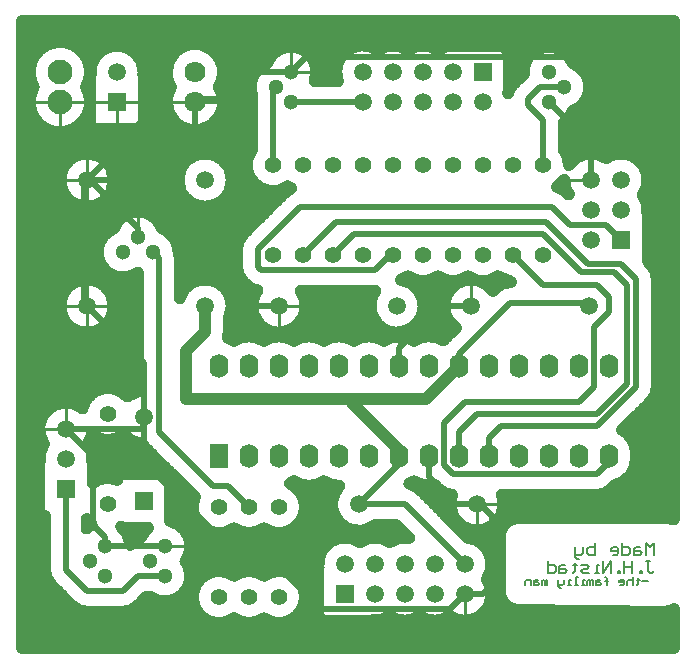
<source format=gbl>
%FSLAX42Y42*%
%MOMM*%
G71*
G01*
G75*
G04 Layer_Physical_Order=2*
%ADD10C,1.00*%
%ADD11C,0.25*%
%ADD12C,0.51*%
%ADD13C,0.41*%
%ADD14C,2.10*%
%ADD15C,1.50*%
%ADD16C,1.30*%
%ADD17R,1.50X1.50*%
%ADD18C,1.40*%
%ADD19O,1.57X2.03*%
%ADD20R,1.57X2.03*%
%ADD21C,1.78*%
%ADD22C,0.15*%
%ADD23C,0.20*%
D10*
X8927Y10490D02*
G03*
X8787Y10692I-215J0D01*
G01*
Y10289D02*
G03*
X8927Y10490I-75J202D01*
G01*
X8787Y10692D02*
G03*
X8371Y10600I-202J-75D01*
G01*
X8710Y10188D02*
G03*
X8787Y10289I-125J175D01*
G01*
X8283Y10513D02*
G03*
X8251Y10469I124J-124D01*
G01*
X8283Y10513D02*
G03*
X8251Y10469I124J-124D01*
G01*
G03*
X8239Y10437I156J-80D01*
G01*
X8251Y10469D02*
G03*
X8239Y10437I156J-80D01*
G01*
X9418Y9420D02*
G03*
X9420Y9449I-223J29D01*
G01*
X9497Y8865D02*
G03*
X9446Y8989I-175J0D01*
G01*
X9497Y8865D02*
G03*
X9446Y8989I-175J0D01*
G01*
X9420Y9703D02*
G03*
X9068Y9889I-225J0D01*
G01*
G03*
X8754Y9829I-127J-186D01*
G01*
X8754Y9830D02*
G03*
X8710Y9963I-220J0D01*
G01*
X8653Y9644D02*
G03*
X8716Y9705I-118J185D01*
G01*
G03*
X8751Y9582I225J-3D01*
G01*
X9381Y9576D02*
G03*
X9420Y9703I-186J127D01*
G01*
Y9449D02*
G03*
X9381Y9576I-225J0D01*
G01*
X8735Y9598D02*
G03*
X8653Y9644I-124J-124D01*
G01*
X8735Y9598D02*
G03*
X8653Y9644I-124J-124D01*
G01*
X8153Y8888D02*
G03*
X8250Y8850I127J180D01*
G01*
X8255Y8837D02*
G03*
X8131Y8785I0J-175D01*
G01*
X8255Y8837D02*
G03*
X8131Y8785I0J-175D01*
G01*
X7993Y8850D02*
G03*
X8153Y8888I33J218D01*
G01*
X7801Y10840D02*
G03*
X7645Y10803I-29J-223D01*
G01*
X7899Y8888D02*
G03*
X7959Y8858I127J180D01*
G01*
X7645Y8888D02*
G03*
X7899Y8888I127J180D01*
G01*
X7645Y10803D02*
G03*
X7391Y10803I-127J-186D01*
G01*
X7391Y8888D02*
G03*
X7645Y8888I127J180D01*
G01*
X7332Y8859D02*
G03*
X7391Y8888I-68J209D01*
G01*
X7391Y10803D02*
G03*
X7137Y10803I-127J-186D01*
G01*
G03*
X6800Y10539I-127J-186D01*
G01*
X6601D02*
G03*
X6616Y10617I-200J79D01*
G01*
X6375Y9650D02*
G03*
X6403Y9633I127J180D01*
G01*
G03*
X6353Y9598I74J-159D01*
G01*
X6403Y9633D02*
G03*
X6353Y9598I74J-159D01*
G01*
X8110Y8764D02*
G03*
X7993Y8850I-185J-128D01*
G01*
X7959Y8858D02*
G03*
X7797Y8451I-34J-222D01*
G01*
X7524Y8636D02*
G03*
X7332Y8859I-225J0D01*
G01*
X7699Y8354D02*
G03*
X7691Y8345I124J-124D01*
G01*
X7699Y8354D02*
G03*
X7691Y8345I124J-124D01*
G01*
G03*
X7442Y8341I-122J-194D01*
G01*
X7115Y8765D02*
G03*
X7524Y8636I184J-129D01*
G01*
X6524D02*
G03*
X6483Y8765I-225J0D01*
G01*
X7442Y8341D02*
G03*
X7188Y8341I-127J-190D01*
G01*
G03*
X6934Y8341I-127J-190D01*
G01*
G03*
X6680Y8341I-127J-190D01*
G01*
G03*
X6426Y8341I-127J-190D01*
G01*
X9446Y7828D02*
G03*
X9497Y7952I-124J124D01*
G01*
X9446Y7828D02*
G03*
X9497Y7952I-124J124D01*
G01*
X9322Y7389D02*
G03*
X9206Y7588I-229J0D01*
G01*
X9147Y7121D02*
G03*
X9322Y7343I-54J222D01*
G01*
X8992Y7038D02*
G03*
X9116Y7090I0J175D01*
G01*
X8992Y7038D02*
G03*
X9116Y7090I0J175D01*
G01*
X9640Y6830D02*
G03*
X9576Y6843I-64J-150D01*
G01*
X9640Y6830D02*
G03*
X9576Y6843I-64J-150D01*
G01*
X9640Y6830D02*
G03*
X9576Y6843I-64J-150D01*
G01*
X9560Y6047D02*
G03*
X9640Y6067I2J163D01*
G01*
X9560Y6047D02*
G03*
X9640Y6067I2J163D01*
G01*
X8331Y6843D02*
G03*
X8168Y6680I0J-163D01*
G01*
X8244Y6085D02*
G03*
X8329Y6060I87J138D01*
G01*
X8331Y6843D02*
G03*
X8168Y6680I0J-163D01*
G01*
X8244Y6085D02*
G03*
X8329Y6060I87J138D01*
G01*
X8201Y6960D02*
G03*
X8186Y7038I-225J0D01*
G01*
X7765Y7038D02*
G03*
X8201Y6960I211J-79D01*
G01*
X8168Y6223D02*
G03*
X8220Y6104I163J0D01*
G01*
G03*
X8244Y6085I111J119D01*
G01*
X8220Y6104D02*
G03*
X8244Y6085I111J119D01*
G01*
X8168Y6223D02*
G03*
X8220Y6104I163J0D01*
G01*
X7648Y7090D02*
G03*
X7765Y7038I124J124D01*
G01*
X7648Y7090D02*
G03*
X7765Y7038I124J124D01*
G01*
X7442Y7153D02*
G03*
X7618Y7120I127J190D01*
G01*
X7402Y7131D02*
G03*
X7442Y7153I-86J212D01*
G01*
X7490Y7084D02*
G03*
X7402Y7131I-124J-124D01*
G01*
X7490Y7084D02*
G03*
X7402Y7131I-124J-124D01*
G01*
X6680Y7153D02*
G03*
X6812Y7114I127J190D01*
G01*
G03*
X7117Y6784I163J-155D01*
G01*
X6426Y7153D02*
G03*
X6680Y7153I127J190D01*
G01*
X6392Y7134D02*
G03*
X6426Y7153I-92J209D01*
G01*
X6519Y6934D02*
G03*
X6392Y7134I-220J0D01*
G01*
X8060Y6325D02*
G03*
X8099Y6452I-186J127D01*
G01*
Y6198D02*
G03*
X8060Y6325I-225J0D01*
G01*
X7404Y6673D02*
G03*
X7239Y6637I-38J-222D01*
G01*
X8099Y6452D02*
G03*
X7898Y6675I-225J0D01*
G01*
X7747Y6012D02*
G03*
X8099Y6198I127J186D01*
G01*
X7493Y6012D02*
G03*
X7747Y6012I127J186D01*
G01*
X7239D02*
G03*
X7493Y6012I127J186D01*
G01*
X7083Y5974D02*
G03*
X7239Y6012I29J223D01*
G01*
Y6637D02*
G03*
X6985Y6637I-127J-186D01*
G01*
G03*
X6635Y6423I-127J-186D01*
G01*
X6616Y10617D02*
G03*
X6199Y10692I-215J0D01*
G01*
X5790Y10490D02*
G03*
X5827Y10617I-202J127D01*
G01*
X6199Y10692D02*
G03*
X6073Y10413I75J-202D01*
G01*
X5827Y10363D02*
G03*
X5790Y10490I-239J0D01*
G01*
X5827Y10617D02*
G03*
X5386Y10490I-239J0D01*
G01*
G03*
X5827Y10363I202J-127D01*
G01*
X6073Y9963D02*
G03*
X6375Y9650I175J-133D01*
G01*
X6023Y8817D02*
G03*
X6117Y8768I124J124D01*
G01*
X6023Y8817D02*
G03*
X6117Y8768I124J124D01*
G01*
X5997Y9243D02*
G03*
X5946Y9119I124J-124D01*
G01*
X5997Y9243D02*
G03*
X5946Y9119I124J-124D01*
G01*
Y8966D02*
G03*
X5997Y8842I175J0D01*
G01*
X5946Y8966D02*
G03*
X5997Y8842I175J0D01*
G01*
X5874Y8533D02*
G03*
X5899Y8636I-200J103D01*
G01*
Y9703D02*
G03*
X5899Y9703I-225J0D01*
G01*
X5447Y9105D02*
G03*
X5307Y9295I-215J-12D01*
G01*
X5459Y9042D02*
G03*
X5447Y9105I-175J0D01*
G01*
X5899Y8636D02*
G03*
X5459Y8702I-225J0D01*
G01*
Y9042D02*
G03*
X5447Y9105I-175J0D01*
G01*
X5151Y10588D02*
G03*
X5153Y10617I-223J29D01*
G01*
G03*
X4704Y10588I-225J0D01*
G01*
X4666Y10490D02*
G03*
X4700Y10617I-221J127D01*
G01*
Y10363D02*
G03*
X4666Y10490I-255J0D01*
G01*
X4700Y10617D02*
G03*
X4224Y10490I-255J0D01*
G01*
G03*
X4700Y10363I221J-127D01*
G01*
X5307Y9295D02*
G03*
X4904Y9295I-202J-75D01*
G01*
G03*
X5105Y8920I75J-202D01*
G01*
X4899Y9703D02*
G03*
X4899Y9703I-225J0D01*
G01*
X6117Y8768D02*
G03*
X6524Y8636I182J-132D01*
G01*
X6426Y8341D02*
G03*
X6172Y8341I-127J-190D01*
G01*
G03*
X5918Y8341I-127J-190D01*
G01*
X5867Y8367D02*
G03*
X5874Y8417I-194J50D01*
G01*
X5867Y8367D02*
G03*
X5874Y8417I-194J50D01*
G01*
X5918Y8341D02*
G03*
X5867Y8367I-127J-190D01*
G01*
X5587Y7017D02*
G03*
X5918Y6755I204J-83D01*
G01*
X6172D02*
G03*
X6519Y6934I127J180D01*
G01*
X5918Y6755D02*
G03*
X6172Y6755I127J180D01*
G01*
X5138Y7471D02*
G03*
X5159Y7445I146J98D01*
G01*
X4986Y7548D02*
G03*
X5138Y7471I170J148D01*
G01*
G03*
X5159Y7445I146J98D01*
G01*
X5549Y6604D02*
G03*
X5381Y6814I-215J0D01*
G01*
X5187Y6761D02*
G03*
X5132Y6679I147J-157D01*
G01*
X6519Y6172D02*
G03*
X6172Y6352I-220J0D01*
G01*
Y5993D02*
G03*
X6519Y6172I127J180D01*
G01*
X6172Y6352D02*
G03*
X5918Y6352I-127J-180D01*
G01*
Y5993D02*
G03*
X6172Y5993I127J180D01*
G01*
X5918Y6352D02*
G03*
X5918Y5993I-127J-180D01*
G01*
X5507Y6477D02*
G03*
X5549Y6604I-173J127D01*
G01*
Y6350D02*
G03*
X5507Y6477I-215J0D01*
G01*
X5132Y6679D02*
G03*
X5041Y6613I75J-202D01*
G01*
X5210Y6175D02*
G03*
X5549Y6350I124J175D01*
G01*
X5108Y7915D02*
G03*
X5014Y7870I48J-220D01*
G01*
X4899Y8636D02*
G03*
X4899Y8636I-225J0D01*
G01*
X5014Y7870D02*
G03*
X4637Y7770I-163J-148D01*
G01*
X4716Y7548D02*
G03*
X4986Y7548I135J173D01*
G01*
X4682Y7468D02*
G03*
X4716Y7548I-186J127D01*
G01*
X4637Y7770D02*
G03*
X4310Y7468I-141J-175D01*
G01*
X4721Y7341D02*
G03*
X4682Y7468I-225J0D01*
G01*
X4719Y7312D02*
G03*
X4721Y7341I-223J29D01*
G01*
X4310Y7468D02*
G03*
X4273Y7312I186J-127D01*
G01*
X4973Y6761D02*
G03*
X4963Y6770I-147J-157D01*
G01*
X4931Y7165D02*
G03*
X4721Y7137I-80J-205D01*
G01*
X4671Y6833D02*
G03*
X4714Y6788I180J126D01*
G01*
X5041Y6613D02*
G03*
X4973Y6761I-215J-9D01*
G01*
X4714Y6788D02*
G03*
X4671Y6753I112J-184D01*
G01*
X4320Y6401D02*
G03*
X4372Y6277I175J0D01*
G01*
X4320Y6401D02*
G03*
X4372Y6277I175J0D01*
G01*
X4978Y6048D02*
G03*
X5102Y6099I0J175D01*
G01*
X4978Y6048D02*
G03*
X5102Y6099I0J175D01*
G01*
X4550D02*
G03*
X4674Y6048I124J124D01*
G01*
X4550Y6099D02*
G03*
X4674Y6048I124J124D01*
G01*
X9570Y11048D02*
X9640Y10979D01*
X9498Y11048D02*
X9640Y10907D01*
X9427Y11048D02*
X9640Y10835D01*
X9355Y11048D02*
X9640Y10764D01*
X9283Y11048D02*
X9640Y10692D01*
X9211Y11048D02*
X9640Y10620D01*
X9139Y11048D02*
X9640Y10548D01*
X9067Y11048D02*
X9640Y10476D01*
X8996Y11048D02*
X9640Y10404D01*
X8924Y11048D02*
X9640Y10333D01*
X8927Y10507D02*
X9468Y11048D01*
X8927Y10507D02*
X9468Y11048D01*
X8917Y10426D02*
X9540Y11048D01*
X8889Y10613D02*
X9324Y11048D01*
X8913Y10566D02*
X9396Y11048D01*
X8855Y10651D02*
X9252Y11048D01*
X8812Y10680D02*
X9181Y11048D01*
X8747Y10759D02*
X9037Y11048D01*
X8776Y10716D02*
X9109Y11048D01*
X8852D02*
X9640Y10261D01*
X8780Y11048D02*
X9640Y10189D01*
X8921Y9927D02*
X9640Y10645D01*
X8708Y11048D02*
X9640Y10117D01*
X8723Y9944D02*
X9640Y10861D01*
X9209Y9927D02*
X9640Y10358D01*
X9269Y9915D02*
X9640Y10286D01*
X9127Y9917D02*
X9640Y10430D01*
X8989Y9923D02*
X9640Y10574D01*
X9042Y9904D02*
X9640Y10502D01*
X8803Y9881D02*
X9640Y10717D01*
X8919Y10551D02*
X9640Y9830D01*
X8710Y10147D02*
X9612Y11048D01*
X8745Y9894D02*
X9640Y10789D01*
X8926Y10471D02*
X9640Y9758D01*
X8913Y10413D02*
X9640Y9686D01*
X8888Y10366D02*
X9640Y9614D01*
X8811Y10299D02*
X9183Y9927D01*
X8854Y10328D02*
X9265Y9916D01*
X8663Y10818D02*
X8893Y11048D01*
X8604Y10831D02*
X8821Y11048D01*
X8709Y10793D02*
X8965Y11048D01*
X8525Y10823D02*
X8749Y11048D01*
X8251Y10622D02*
X8678Y11048D01*
X8421D02*
X8646Y10824D01*
X8349Y11048D02*
X8566Y10831D01*
X8277Y11048D02*
X8508Y10818D01*
X8251Y10766D02*
X8534Y11048D01*
X8251Y10694D02*
X8606Y11048D01*
X8251Y10838D02*
X8462Y11048D01*
X8184Y10842D02*
X8390Y11048D01*
X8205D02*
X8461Y10793D01*
X8133Y11048D02*
X8423Y10759D01*
X8062Y11048D02*
X8394Y10716D01*
X8112Y10842D02*
X8318Y11048D01*
X8196Y10842D02*
X8251Y10787D01*
X8375Y10663D01*
X8040Y10842D02*
X8247Y11048D01*
X7801Y10842D02*
X8251D01*
X8710Y10075D02*
X9640Y11005D01*
X8636Y11048D02*
X9640Y10045D01*
X8710Y10003D02*
X9640Y10933D01*
X8564Y11048D02*
X9640Y9973D01*
X8493Y11048D02*
X9640Y9901D01*
X8283Y10513D02*
X8371Y10600D01*
X8251Y10715D02*
X8369Y10598D01*
X8251Y10550D02*
X8379Y10678D01*
X8251Y10643D02*
X8333Y10562D01*
X8251Y10571D02*
X8297Y10526D01*
X8251Y10469D02*
Y10842D01*
Y10499D02*
X8263Y10488D01*
X8251Y10479D02*
X8268Y10495D01*
X9420Y9707D02*
X9640Y9927D01*
X9416Y9488D02*
X9640Y9711D01*
X9419Y9691D02*
X9640Y9470D01*
X9420Y9420D02*
X9640Y9640D01*
X9420Y9348D02*
X9640Y9568D01*
X9420Y9276D02*
X9640Y9496D01*
X9418Y9476D02*
X9640Y9255D01*
X9420Y9204D02*
X9640Y9424D01*
X9420Y9403D02*
X9640Y9183D01*
X9420Y9132D02*
X9640Y9352D01*
X9420Y9331D02*
X9640Y9111D01*
X9420Y9015D02*
Y9420D01*
Y9061D02*
X9640Y9280D01*
X9420Y9259D02*
X9640Y9039D01*
X9433Y9002D02*
X9640Y9209D01*
X9467Y8964D02*
X9640Y9137D01*
X9490Y8915D02*
X9640Y9065D01*
X9420Y9015D02*
X9446Y8989D01*
X9420Y9187D02*
X9640Y8968D01*
X9497Y8851D02*
X9640Y8993D01*
X9497Y8779D02*
X9640Y8921D01*
X9494Y8897D02*
X9640Y8752D01*
X9420Y9115D02*
X9640Y8896D01*
X9420Y9044D02*
X9640Y8824D01*
X9497Y8707D02*
X9640Y8849D01*
X9497Y8823D02*
X9640Y8680D01*
X9497Y8635D02*
X9640Y8777D01*
X9497Y8751D02*
X9640Y8608D01*
X9497Y8563D02*
X9640Y8706D01*
X9497Y8679D02*
X9640Y8536D01*
X9497Y8491D02*
X9640Y8634D01*
X9497Y8607D02*
X9640Y8465D01*
X9497Y8420D02*
X9640Y8562D01*
X9497Y8535D02*
X9640Y8393D01*
X9497Y8348D02*
X9640Y8490D01*
X9497Y8463D02*
X9640Y8321D01*
X9497Y8276D02*
X9640Y8418D01*
X9317Y9892D02*
X9640Y10214D01*
X8775Y10263D02*
X9122Y9916D01*
X9356Y9859D02*
X9640Y10142D01*
X8710Y10185D02*
X8968Y9926D01*
X8746Y10220D02*
X9074Y9892D01*
X9388Y9819D02*
X9640Y10071D01*
X9410Y9769D02*
X9640Y9999D01*
X8710Y10113D02*
X8899Y9924D01*
X8710Y10041D02*
X8845Y9906D01*
X8710Y9963D02*
Y10188D01*
X8753Y9854D02*
X8764Y9843D01*
X8710Y9969D02*
X8800Y9879D01*
X8754Y9832D02*
X8763Y9840D01*
X8703Y9689D02*
X8718Y9674D01*
X9404Y9619D02*
X9640Y9855D01*
X9408Y9773D02*
X9640Y9542D01*
X9399Y9543D02*
X9640Y9783D01*
X9408Y9630D02*
X9640Y9399D01*
X9384Y9582D02*
X9640Y9327D01*
X8735Y9598D02*
X8751Y9582D01*
X8694Y9628D02*
X8721Y9655D01*
X8666Y9654D02*
X8688Y9631D01*
X8248Y8850D02*
X8262Y8837D01*
X8250Y8850D02*
X8263Y8837D01*
X8255D02*
X8263D01*
X7990Y11048D02*
X8196Y10842D01*
X7969D02*
X8175Y11048D01*
X7918D02*
X8124Y10842D01*
X7897D02*
X8103Y11048D01*
X7846D02*
X8052Y10842D01*
X7825D02*
X8031Y11048D01*
X7774D02*
X7980Y10842D01*
X7752Y10841D02*
X7959Y11048D01*
X7702D02*
X7909Y10842D01*
X7631Y11048D02*
X7837Y10842D01*
X7559Y11048D02*
X7765Y10842D01*
X7537Y10841D02*
X7744Y11048D01*
X7596Y10829D02*
X7816Y11048D01*
X7487D02*
X7704Y10831D01*
X7457Y10834D02*
X7672Y11048D01*
X7343D02*
X7552Y10840D01*
X7271Y11048D02*
X7481Y10839D01*
X7316Y10836D02*
X7528Y11048D01*
X7250Y10842D02*
X7456Y11048D01*
X7199D02*
X7426Y10822D01*
X8144Y8882D02*
X8199Y8828D01*
X8080Y8799D02*
X8163Y8882D01*
X7643Y10804D02*
X7887Y11048D01*
X7927Y8861D02*
X7934Y8868D01*
X7869Y8870D02*
X7882Y8857D01*
X7838Y8843D02*
X7860Y8866D01*
X7415Y11048D02*
X7655Y10809D01*
X7640Y8884D02*
X7748Y8775D01*
X7368Y10817D02*
X7600Y11048D01*
X7142Y10806D02*
X7384Y11048D01*
X7400Y8837D02*
X7430Y8866D01*
X7505Y8727D02*
X7658Y8880D01*
X7364Y8872D02*
X7398Y8838D01*
X7128Y11048D02*
X7351Y10825D01*
X7056Y11048D02*
X7262Y10842D01*
X7091Y10827D02*
X7313Y11048D01*
X7033Y10841D02*
X7241Y11048D01*
X6984D02*
X7200Y10833D01*
X6956Y10836D02*
X7169Y11048D01*
X6912D02*
X7150Y10811D01*
X6840Y11048D02*
X7050Y10839D01*
X6768Y11048D02*
X6977Y10840D01*
X6697Y11048D02*
X6921Y10824D01*
X6625Y11048D02*
X6876Y10797D01*
X6601Y10696D02*
X6953Y11048D01*
X6553D02*
X6839Y10763D01*
X6576Y10742D02*
X6882Y11048D01*
X6541Y10780D02*
X6810Y11048D01*
X6498Y10809D02*
X6738Y11048D01*
X6481D02*
X6810Y10719D01*
X6377Y10831D02*
X6594Y11048D01*
X6445Y10828D02*
X6666Y11048D01*
X6608Y10559D02*
X7097Y11048D01*
X6615Y10638D02*
X7025Y11048D01*
X6409D02*
X6791Y10667D01*
X6337Y11048D02*
X6786Y10600D01*
X6659Y10539D02*
X6792Y10672D01*
X6731Y10539D02*
X6787Y10594D01*
X6616Y10626D02*
X6703Y10539D01*
X6601D02*
X6800D01*
X6584Y10730D02*
X6775Y10539D01*
X6609Y10562D02*
X6632Y10539D01*
X6373Y9648D02*
X6393Y9628D01*
X6325Y9624D02*
X6352Y9597D01*
X8166Y8812D02*
X8212Y8859D01*
X8096Y8859D02*
X8152Y8803D01*
X8035Y8848D02*
X8114Y8769D01*
X8110Y8764D02*
X8131Y8785D01*
X8039Y8830D02*
X8060Y8850D01*
X7815Y8852D02*
X7828Y8839D01*
X7592Y8860D02*
X7721Y8731D01*
X7521Y8671D02*
X7708Y8857D01*
X7449Y8859D02*
X7702Y8606D01*
X7347Y8856D02*
X7362Y8871D01*
X7746Y8849D02*
X7784Y8812D01*
X7532Y8848D02*
X7703Y8677D01*
X7521Y8599D02*
X7770Y8848D01*
X7444Y8809D02*
X7485Y8850D01*
X7479Y8772D02*
X7558Y8851D01*
X7501Y8735D02*
X7791Y8445D01*
X7524Y8640D02*
X7755Y8409D01*
X7516Y8576D02*
X7719Y8374D01*
X7368Y8373D02*
X7717Y8723D01*
X7420Y8354D02*
X7700Y8634D01*
X7699Y8354D02*
X7797Y8451D01*
X7647Y8366D02*
X7762Y8481D01*
X7589Y8379D02*
X7731Y8521D01*
X7510Y8372D02*
X7709Y8571D01*
X7465Y8484D02*
X7569Y8380D01*
X7427Y8451D02*
X7506Y8371D01*
X7495Y8526D02*
X7660Y8361D01*
X7244Y8418D02*
X7284Y8377D01*
X7379Y8426D02*
X7456Y8349D01*
X7321Y8412D02*
X7358Y8376D01*
X7302Y8379D02*
X7336Y8414D01*
X7198Y8347D02*
X7264Y8414D01*
X7040Y8765D02*
X7089Y8716D01*
X6968Y8765D02*
X7075Y8658D01*
X6483Y8765D02*
X7112D01*
X6896D02*
X7081Y8580D01*
X7085Y8378D02*
X7163Y8457D01*
X7008Y8373D02*
X7127Y8492D01*
X6799Y8379D02*
X7075Y8656D01*
X6799Y8379D02*
X7075Y8656D01*
X6681Y8765D02*
X7067Y8380D01*
X6522Y8606D02*
X6682Y8765D01*
X6521Y8676D02*
X6610Y8765D01*
X6582Y8378D02*
X6969Y8765D01*
X6503Y8730D02*
X6538Y8765D01*
X6507Y8375D02*
X6898Y8765D01*
X6524Y8634D02*
X6781Y8378D01*
X6506Y8724D02*
X6856Y8374D01*
X6824Y8765D02*
X7228Y8362D01*
X6752Y8765D02*
X7161Y8356D01*
X6639Y8363D02*
X7041Y8765D01*
X6609D02*
X7002Y8372D01*
X6537Y8765D02*
X6951Y8351D01*
X7143Y8364D02*
X7209Y8430D01*
X6864Y8372D02*
X7079Y8588D01*
X6915Y8352D02*
X7098Y8535D01*
X6515Y8572D02*
X6723Y8364D01*
X6462Y8481D02*
X6564Y8379D01*
X6493Y8522D02*
X6664Y8351D01*
X6360Y8371D02*
X6754Y8765D01*
X6411Y8351D02*
X6826Y8765D01*
X6423Y8448D02*
X6498Y8373D01*
X6375Y8424D02*
X6446Y8353D01*
X9497Y8391D02*
X9640Y8249D01*
X9497Y8204D02*
X9640Y8346D01*
X9497Y8320D02*
X9640Y8177D01*
X9497Y8132D02*
X9640Y8275D01*
X9497Y8248D02*
X9640Y8105D01*
X9497Y8060D02*
X9640Y8203D01*
X9497Y8176D02*
X9640Y8034D01*
X9497Y7989D02*
X9640Y8131D01*
X9497Y8104D02*
X9640Y7962D01*
X9493Y7912D02*
X9640Y8059D01*
X9497Y8032D02*
X9640Y7890D01*
X9497Y7952D02*
Y8865D01*
Y7960D02*
X9640Y7818D01*
X9227Y7574D02*
X9640Y7987D01*
X9489Y7897D02*
X9640Y7746D01*
X9464Y7850D02*
X9640Y7674D01*
X9430Y7812D02*
X9640Y7603D01*
X9265Y7540D02*
X9640Y7915D01*
X9394Y7776D02*
X9640Y7531D01*
X9358Y7740D02*
X9640Y7459D01*
X9322Y7704D02*
X9640Y7387D01*
X9294Y7498D02*
X9640Y7844D01*
X9315Y7447D02*
X9640Y7772D01*
X9322Y7382D02*
X9640Y7700D01*
X9319Y7308D02*
X9640Y7628D01*
X9320Y7419D02*
X9640Y7100D01*
X9286Y7668D02*
X9640Y7315D01*
X9251Y7632D02*
X9640Y7243D01*
X9322Y7345D02*
X9640Y7028D01*
X9322Y7343D02*
Y7389D01*
X9640Y6830D02*
Y11048D01*
X9314Y7282D02*
X9640Y6956D01*
X9293Y7231D02*
X9640Y6884D01*
X9429Y6843D02*
X9640Y7053D01*
X9357Y6843D02*
X9640Y7125D01*
X9286Y6843D02*
X9640Y7197D01*
X9224Y7156D02*
X9537Y6843D01*
X9263Y7189D02*
X9613Y6839D01*
X9206Y7588D02*
X9446Y7828D01*
X9215Y7596D02*
X9640Y7171D01*
X8998Y6843D02*
X9640Y7484D01*
X8926Y6843D02*
X9640Y7556D01*
X9214Y6843D02*
X9640Y7269D01*
X9178Y7131D02*
X9465Y6843D01*
X9142D02*
X9640Y7341D01*
X9131Y7105D02*
X9393Y6843D01*
X9070D02*
X9640Y7412D01*
X9116Y7090D02*
X9147Y7121D01*
X9094Y7071D02*
X9322Y6843D01*
X9046Y7047D02*
X9250Y6843D01*
X8983Y7038D02*
X9178Y6843D01*
X8911Y7038D02*
X9106Y6843D01*
X8186Y7038D02*
X8992D01*
X8854Y6843D02*
X9067Y7055D01*
X8839Y7038D02*
X9034Y6843D01*
X8783D02*
X8978Y7038D01*
X8767D02*
X8962Y6843D01*
X8711D02*
X8906Y7038D01*
X8695D02*
X8891Y6843D01*
X8639D02*
X8834Y7038D01*
X8623D02*
X8819Y6843D01*
X8567D02*
X8762Y7038D01*
X8552D02*
X8747Y6843D01*
X8495D02*
X8691Y7038D01*
X8480D02*
X8675Y6843D01*
X8423D02*
X8619Y7038D01*
X8408D02*
X8603Y6843D01*
X8352D02*
X8547Y7038D01*
X8336D02*
X8531Y6843D01*
X8264Y7038D02*
X8459Y6843D01*
X8266Y6829D02*
X8475Y7038D01*
X8192D02*
X8388Y6843D01*
X8002Y6637D02*
X8403Y7038D01*
X9573Y6843D02*
X9640Y6910D01*
X9501Y6843D02*
X9640Y6981D01*
X9634Y6832D02*
X9640Y6838D01*
X9608Y6054D02*
X9640Y6022D01*
X9542Y6048D02*
X9640Y5950D01*
X9470Y6048D02*
X9640Y5878D01*
X9500Y6843D02*
X9576D01*
X9640Y5740D02*
Y6067D01*
X9397Y6049D02*
X9640Y5806D01*
X9332Y5740D02*
X9640Y6047D01*
X9619Y5740D02*
X9640Y5760D01*
X9547Y5740D02*
X9640Y5832D01*
X9476Y5740D02*
X9640Y5904D01*
X9404Y5740D02*
X9640Y5976D01*
X9324Y6050D02*
X9634Y5740D01*
X9260D02*
X9568Y6047D01*
X9179Y6051D02*
X9491Y5740D01*
X9107Y6052D02*
X9419Y5740D01*
X9034Y6053D02*
X9347Y5740D01*
X8961Y6054D02*
X9275Y5740D01*
X9252Y6051D02*
X9563Y5740D01*
X9188D02*
X9496Y6048D01*
X9116Y5740D02*
X9425Y6049D01*
X9045Y5740D02*
X9354Y6050D01*
X8973Y5740D02*
X9283Y6050D01*
X8901Y5740D02*
X9212Y6051D01*
X8889Y6054D02*
X9203Y5740D01*
X8829D02*
X9141Y6052D01*
X8816Y6055D02*
X9131Y5740D01*
X8757D02*
X9070Y6053D01*
X8744Y6056D02*
X9060Y5740D01*
X8685D02*
X8999Y6053D01*
X8671Y6057D02*
X8988Y5740D01*
X8614D02*
X8928Y6054D01*
X8598Y6057D02*
X8916Y5740D01*
X8331Y6843D02*
X9500D01*
X8200Y6978D02*
X8260Y7038D01*
X8201Y6958D02*
X8316Y6842D01*
X8192Y6899D02*
X8331Y7038D01*
X8329Y6060D02*
X9560Y6047D01*
X8542Y5740D02*
X8857Y6055D01*
X8191Y6896D02*
X8260Y6827D01*
X8170Y6845D02*
X8218Y6797D01*
X8220Y6085D02*
Y6104D01*
Y6085D02*
X8244D01*
X8526Y6058D02*
X8844Y5740D01*
X8470D02*
X8786Y6056D01*
X8380Y6060D02*
X8700Y5740D01*
X8306Y6062D02*
X8629Y5740D01*
X8099Y6198D02*
X8557Y5740D01*
X8453Y6059D02*
X8772Y5740D01*
X8398D02*
X8714Y6056D01*
X8326Y5740D02*
X8643Y6057D01*
X8254Y5740D02*
X8572Y6058D01*
X8182Y5740D02*
X8501Y6059D01*
X8090Y6135D02*
X8485Y5740D01*
X8111D02*
X8430Y6059D01*
X8068Y6084D02*
X8413Y5740D01*
X7895D02*
X8241Y6085D01*
X7823Y5740D02*
X8204Y6121D01*
X8039Y5740D02*
X8359Y6060D01*
X8038Y6043D02*
X8341Y5740D01*
X7999Y6010D02*
X8269Y5740D01*
X7967D02*
X8292Y6065D01*
X7610Y7118D02*
X7751Y6976D01*
X7574Y6999D02*
X7657Y7082D01*
X7539Y7116D02*
X7760Y6896D01*
X7682Y6892D02*
X7751Y6960D01*
X7610Y6964D02*
X7700Y7054D01*
X7646Y6928D02*
X7757Y7039D01*
X7415Y7128D02*
X7437Y7149D01*
X7464Y7105D02*
X7488Y7129D01*
X7618Y7120D02*
X7648Y7090D01*
X7502Y7071D02*
X7547Y7116D01*
X7538Y7035D02*
X7620Y7118D01*
X8139Y6805D02*
X8187Y6756D01*
X8100Y6772D02*
X8170Y6701D01*
X8052Y6748D02*
X8168Y6631D01*
X8040Y6603D02*
X8182Y6745D01*
X7992Y6735D02*
X8168Y6559D01*
X7955Y6662D02*
X8036Y6743D01*
X8168Y6223D02*
Y6680D01*
X7897Y6676D02*
X7957Y6735D01*
X7912Y6744D02*
X8168Y6487D01*
X7754Y6820D02*
X7781Y6847D01*
X7718Y6856D02*
X7759Y6897D01*
X7790Y6784D02*
X7811Y6806D01*
X7490Y7084D02*
X7898Y6675D01*
X7435Y7149D02*
X7910Y6674D01*
X7862Y6712D02*
X7898Y6748D01*
X7826Y6748D02*
X7850Y6773D01*
X7318Y6671D02*
X7362Y6715D01*
X7293Y6784D02*
X7404Y6673D01*
X7225Y6784D02*
X7335Y6674D01*
X6741Y7124D02*
X6786Y7080D01*
X6655Y7138D02*
X6762Y7031D01*
X6535Y7115D02*
X6762Y6888D01*
X7117Y6784D02*
X7293D01*
X7108Y6677D02*
X7215Y6784D01*
X7171Y6669D02*
X7287Y6784D01*
X7047Y6746D02*
X7117Y6677D01*
X6987Y6735D02*
X7053Y6669D01*
X6407Y7126D02*
X6431Y7150D01*
X6519Y6950D02*
X6707Y7138D01*
X6602Y7120D02*
X6751Y6971D01*
X6506Y7009D02*
X6622Y7125D01*
X6509Y6868D02*
X6760Y7119D01*
X6449Y7095D02*
X6480Y7126D01*
X6482Y7057D02*
X6540Y7115D01*
X7153Y6784D02*
X7278Y6659D01*
X7096Y6770D02*
X7213Y6653D01*
X7013Y6654D02*
X7143Y6784D01*
X6426Y7153D02*
X6907Y6671D01*
X6425Y6353D02*
X6847Y6775D01*
X7222Y6648D02*
X7326Y6751D01*
X6946Y6659D02*
X7028Y6741D01*
X6904Y6746D02*
X7002Y6648D01*
X6890Y6674D02*
X6951Y6736D01*
X6816Y6673D02*
X6894Y6750D01*
X6510Y6996D02*
X6831Y6675D01*
X6518Y6916D02*
X6774Y6660D01*
X6505Y6857D02*
X6728Y6635D01*
X6319Y6391D02*
X6779Y6851D01*
X6378Y6378D02*
X6809Y6809D01*
X6481Y6810D02*
X6690Y6601D01*
X6447Y6772D02*
X6660Y6559D01*
X6406Y6742D02*
X6640Y6507D01*
X6354Y6721D02*
X6633Y6442D01*
X8091Y6511D02*
X8168Y6588D01*
X8099Y6447D02*
X8168Y6516D01*
X8096Y6488D02*
X8168Y6415D01*
X8070Y6562D02*
X8168Y6660D01*
X8075Y6351D02*
X8168Y6444D01*
X8096Y6416D02*
X8168Y6344D01*
X8081Y6285D02*
X8168Y6372D01*
X8097Y6229D02*
X8168Y6301D01*
X8080Y6361D02*
X8168Y6272D01*
X8080Y6289D02*
X8170Y6198D01*
X8095Y6155D02*
X8168Y6229D01*
X7951Y5986D02*
X8198Y5740D01*
X7813Y5981D02*
X8054Y5740D01*
X7751D02*
X8178Y6167D01*
X7724Y5998D02*
X7982Y5740D01*
X7536D02*
X7786Y5990D01*
X7892Y5973D02*
X8126Y5740D01*
X7680D02*
X7916Y5977D01*
X7671Y5979D02*
X7910Y5740D01*
X7608D02*
X7843Y5975D01*
X7605Y5973D02*
X7838Y5740D01*
X7497Y6009D02*
X7766Y5740D01*
X7464D02*
X7721Y5996D01*
X7447Y5988D02*
X7695Y5740D01*
X7249D02*
X7510Y6001D01*
X7219Y6000D02*
X7479Y5740D01*
X7392D02*
X7625Y5973D01*
X7389Y5974D02*
X7623Y5740D01*
X7320D02*
X7561Y5980D01*
X7311Y5979D02*
X7551Y5740D01*
X7177D02*
X7415Y5978D01*
X7033Y5740D02*
X7282Y5989D01*
X6961Y5740D02*
X7223Y6002D01*
X7168Y5980D02*
X7407Y5740D01*
X7105D02*
X7339Y5974D01*
X7102Y5973D02*
X7335Y5740D01*
X6633Y5973D02*
X7083D01*
X7031D02*
X7264Y5740D01*
X6513Y6225D02*
X6633Y6346D01*
Y5973D02*
Y6423D01*
X6463Y6319D02*
X6637Y6493D01*
X6493Y6277D02*
X6633Y6417D01*
X6519Y6160D02*
X6633Y6274D01*
X6518Y6198D02*
X6633Y6083D01*
Y6011D02*
X6672Y5973D01*
X6484Y6053D02*
X6633Y6202D01*
X6515Y6129D02*
X6633Y6011D01*
X6959Y5973D02*
X7192Y5740D01*
X6889D02*
X7122Y5973D01*
X6887Y5973D02*
X7120Y5740D01*
X6817D02*
X7050Y5973D01*
X6815D02*
X7048Y5740D01*
X6746D02*
X6978Y5973D01*
X6743D02*
X6976Y5740D01*
X6674D02*
X6907Y5973D01*
X6672D02*
X6904Y5740D01*
X6602D02*
X6835Y5973D01*
X6497Y6076D02*
X6833Y5740D01*
X6469Y6032D02*
X6761Y5740D01*
X6432Y5997D02*
X6689Y5740D01*
X6386D02*
X6633Y5986D01*
X6315Y5740D02*
X6633Y6058D01*
X6530Y5740D02*
X6763Y5973D01*
X6458Y5740D02*
X6691Y5973D01*
X6387Y5970D02*
X6617Y5740D01*
X6331Y5954D02*
X6545Y5740D01*
X6194Y11048D02*
X6410Y10832D01*
X6122Y11048D02*
X6345Y10825D01*
X6266Y11048D02*
X6514Y10800D01*
X5820Y10562D02*
X6307Y11048D01*
X5801Y10471D02*
X6379Y11048D01*
X6050D02*
X6294Y10804D01*
X5978Y11048D02*
X6253Y10773D01*
X5906Y11048D02*
X6220Y10734D01*
X5826Y10639D02*
X6235Y11048D01*
X5813Y10698D02*
X6163Y11048D01*
X5789Y10746D02*
X6091Y11048D01*
X5834D02*
X6193Y10690D01*
X5763Y11048D02*
X6147Y10664D01*
X5691Y11048D02*
X6110Y10629D01*
X5757Y10786D02*
X6019Y11048D01*
X5717Y10818D02*
X5948Y11048D01*
X5669Y10842D02*
X5876Y11048D01*
X5619D02*
X6081Y10586D01*
X5827Y10625D02*
X6073Y10379D01*
X5827Y10353D02*
X6522Y11048D01*
X5820Y10418D02*
X6451Y11048D01*
X5820Y10560D02*
X6073Y10307D01*
X5821Y10415D02*
X6073Y10163D01*
X5826Y10339D02*
X6073Y10091D01*
Y9963D02*
Y10413D01*
X5800Y10508D02*
X6073Y10235D01*
X5812Y10280D02*
X6073Y10020D01*
X5804Y10720D02*
X6061Y10463D01*
X5801Y10255D02*
X6060Y10514D01*
X5689Y9927D02*
X6073Y10312D01*
X5788Y10233D02*
X6067Y9954D01*
X5756Y10193D02*
X6042Y9907D01*
X5796Y9891D02*
X6073Y10168D01*
X5748Y9915D02*
X6073Y10240D01*
X5716Y10161D02*
X6029Y9848D01*
X5611Y10855D02*
X5804Y11048D01*
X5533Y10850D02*
X5732Y11048D01*
X5547D02*
X6063Y10533D01*
X4128Y11048D02*
X9640D01*
X5475D02*
X5691Y10833D01*
X5403Y11048D02*
X5596Y10856D01*
X5332Y11048D02*
X5531Y10849D01*
X5153Y10613D02*
X5588Y11048D01*
X5153Y10541D02*
X5660Y11048D01*
X5260D02*
X5479Y10830D01*
X5188Y11048D02*
X5435Y10801D01*
X5145Y10676D02*
X5517Y11048D01*
X5116D02*
X5400Y10765D01*
X5124Y10727D02*
X5445Y11048D01*
X5094Y10769D02*
X5373Y11048D01*
X5044D02*
X5372Y10720D01*
X5153Y10469D02*
X5355Y10672D01*
X4972Y11048D02*
X5354Y10667D01*
X4829Y11048D02*
X5384Y10493D01*
X5153Y10437D02*
X5662Y9928D01*
X5607Y9918D02*
X6073Y10384D01*
X5153Y10365D02*
X5602Y9916D01*
X5044Y9426D02*
X6063Y10446D01*
X5153Y10293D02*
X5553Y9893D01*
X4621Y10179D02*
X6087Y8712D01*
X4580Y10147D02*
X6075Y8653D01*
X4128Y8582D02*
X5696Y10150D01*
X5153Y10325D02*
X5363Y10536D01*
X5153Y10509D02*
X5356Y10305D01*
X5149Y10656D02*
X5363Y10443D01*
X5153Y10253D02*
X5380Y10481D01*
X5153Y10222D02*
X5513Y9861D01*
X4898Y9712D02*
X5401Y10214D01*
X4887Y9773D02*
X5373Y10259D01*
X4885Y9627D02*
X5437Y10178D01*
X5887Y9775D02*
X6208Y9453D01*
X5898Y9691D02*
X6172Y9417D01*
X5836Y9859D02*
X6073Y10096D01*
X5608Y10125D02*
X6244Y9489D01*
X6267Y9611D02*
X6316Y9561D01*
X6187Y9619D02*
X6280Y9525D01*
X5997Y9243D02*
X6353Y9598D01*
X5887Y9631D02*
X6136Y9382D01*
X5864Y9582D02*
X6100Y9346D01*
X5889Y9768D02*
X6055Y9934D01*
X5899Y9706D02*
X6028Y9836D01*
X5882Y9618D02*
X6036Y9772D01*
X5867Y9818D02*
X6073Y10024D01*
X5667Y10138D02*
X6037Y9768D01*
X5832Y9543D02*
X6064Y9310D01*
X5791Y9511D02*
X6029Y9274D01*
X5742Y9488D02*
X5993Y9238D01*
X5681Y9478D02*
X5964Y9195D01*
X5595Y9492D02*
X5947Y9140D01*
X5997Y8842D02*
X6023Y8817D01*
X6099Y8772D02*
X6111Y8760D01*
X5898Y8628D02*
X6059Y8789D01*
X5891Y8693D02*
X6019Y8821D01*
X5874Y8532D02*
X6111Y8769D01*
X5946Y8966D02*
Y9119D01*
X5756Y8845D02*
X5946Y9035D01*
X5699Y8860D02*
X5946Y9107D01*
X5622Y8855D02*
X5965Y9198D01*
X5871Y8744D02*
X5984Y8857D01*
X5803Y8820D02*
X5946Y8963D01*
X5841Y8786D02*
X5958Y8903D01*
X5530Y10131D02*
X5746Y9916D01*
X5458Y9051D02*
X6088Y9680D01*
X5447Y9111D02*
X6057Y9721D01*
X4877Y10138D02*
X5946Y9069D01*
X5409Y9216D02*
X5670Y9478D01*
X5375Y9254D02*
X5608Y9488D01*
X5433Y9169D02*
X5759Y9495D01*
X5296Y9319D02*
X5518Y9541D01*
X5332Y9284D02*
X5558Y9510D01*
X5153Y10150D02*
X5482Y9821D01*
X5092Y10138D02*
X5459Y9771D01*
X5124Y9434D02*
X5459Y9769D01*
X5020Y10138D02*
X5449Y9710D01*
X4949Y10138D02*
X5463Y9624D01*
X5267Y9362D02*
X5485Y9580D01*
X5182Y9421D02*
X5449Y9688D01*
X5229Y9396D02*
X5461Y9628D01*
X5459Y8907D02*
X6174Y9623D01*
X5459Y8979D02*
X6126Y9647D01*
X4889Y9766D02*
X6083Y8572D01*
X4805Y10138D02*
X5946Y8997D01*
X4733Y10138D02*
X5953Y8919D01*
X5459Y8835D02*
X6234Y9610D01*
X5458Y9054D02*
X5652Y8860D01*
X5459Y8763D02*
X6316Y9620D01*
X5442Y9142D02*
X5730Y8854D01*
X4128Y8798D02*
X5480Y10150D01*
X5459Y8702D02*
Y9042D01*
X4128Y8726D02*
X5533Y10131D01*
X4128Y8654D02*
X5598Y10125D01*
X5459Y8982D02*
X5594Y8846D01*
X5459Y8910D02*
X5547Y8822D01*
X5459Y8838D02*
X5508Y8788D01*
X5459Y8766D02*
X5478Y8747D01*
X5008Y10827D02*
X5229Y11048D01*
X4950Y10841D02*
X5157Y11048D01*
X5055Y10803D02*
X5301Y11048D01*
X4872Y10835D02*
X5086Y11048D01*
X4901D02*
X5350Y10599D01*
X4757Y11048D02*
X4966Y10839D01*
X4655Y10762D02*
X4942Y11048D01*
X4680Y10715D02*
X5014Y11048D01*
X4685D02*
X4894Y10840D01*
X4613Y11048D02*
X4838Y10824D01*
X4622Y10801D02*
X4870Y11048D01*
X4582Y10832D02*
X4798Y11048D01*
X4541D02*
X4793Y10797D01*
X4691Y10683D02*
X4708Y10666D01*
X4696Y10659D02*
X4709Y10672D01*
X4689Y10542D02*
X4703Y10528D01*
X4534Y10856D02*
X4726Y11048D01*
X5153Y10397D02*
X5350Y10595D01*
X5153Y10581D02*
X5350Y10383D01*
X5153Y10138D02*
Y10588D01*
Y10182D02*
X5350Y10379D01*
X5109Y10138D02*
X5153Y10182D01*
X4865Y9822D02*
X5355Y10312D01*
X4703Y10169D02*
X4733Y10138D01*
X4668Y10487D02*
X4703Y10522D01*
X4689Y10437D02*
X4703Y10450D01*
Y10138D02*
Y10588D01*
X4667Y10492D02*
X4703Y10456D01*
X4696Y10319D02*
X4703Y10312D01*
X4690Y10294D02*
X4703Y10306D01*
X4680Y10263D02*
X4703Y10241D01*
X4654Y10217D02*
X4703Y10169D01*
X4469Y11048D02*
X4756Y10762D01*
X4476Y10870D02*
X4654Y11048D01*
X4398D02*
X4727Y10719D01*
X4403Y10869D02*
X4583Y11048D01*
X4326D02*
X4511Y10864D01*
X4254Y11048D02*
X4431Y10872D01*
X4182Y11048D02*
X4370Y10861D01*
X4128Y10665D02*
X4511Y11048D01*
X4128Y10809D02*
X4367Y11048D01*
X4128Y10737D02*
X4439Y11048D01*
X4128Y10953D02*
X4223Y11048D01*
X4128Y11025D02*
X4152Y11048D01*
X4128Y10881D02*
X4295Y11048D01*
X4128Y11031D02*
X4319Y10839D01*
X4128Y10959D02*
X4277Y10809D01*
X4128Y10887D02*
X4243Y10772D01*
X4128Y10815D02*
X4215Y10728D01*
X4128Y10744D02*
X4197Y10675D01*
X4128Y10672D02*
X4190Y10609D01*
X4128Y10594D02*
X4193Y10659D01*
X4128Y10312D02*
X4550Y9891D01*
X4128Y10241D02*
X4511Y9858D01*
X4128Y10163D02*
X4216Y10251D01*
X4128Y9660D02*
X4703Y10234D01*
X4128Y10091D02*
X4244Y10207D01*
X4128Y9588D02*
X4703Y10163D01*
X4128Y10600D02*
X4210Y10517D01*
X4128Y10522D02*
X4192Y10586D01*
X4128Y10528D02*
X4205Y10450D01*
X4128Y10450D02*
X4206Y10528D01*
X4128Y10378D02*
X4209Y10459D01*
X4128Y10456D02*
X4192Y10392D01*
X4128Y10384D02*
X4194Y10318D01*
X4128Y10306D02*
X4190Y10368D01*
X4128Y10234D02*
X4197Y10304D01*
X4833Y9862D02*
X5109Y10138D01*
X4793Y9894D02*
X5037Y10138D01*
X4898Y9686D02*
X5154Y9430D01*
X4703Y10138D02*
X5153D01*
X4744Y9917D02*
X4966Y10138D01*
X4885Y9627D02*
X5079Y9434D01*
X4861Y9579D02*
X5022Y9418D01*
X4829Y9540D02*
X4976Y9392D01*
X4683Y9928D02*
X4894Y10138D01*
X4599Y9915D02*
X4822Y10138D01*
X4532Y10124D02*
X4737Y9919D01*
X4788Y9509D02*
X4940Y9357D01*
X4738Y9487D02*
X4912Y9313D01*
X4675Y9478D02*
X4873Y9280D01*
X5096Y8913D02*
X5108Y8901D01*
X5048Y8890D02*
X5108Y8830D01*
X4901Y8893D02*
X5108Y8686D01*
X4890Y8698D02*
X5108Y8915D01*
X4987Y8878D02*
X5108Y8758D01*
X4899Y8634D02*
X5108Y8844D01*
X4893Y8685D02*
X5108Y8470D01*
X4869Y8748D02*
X5000Y8879D01*
X4878Y8542D02*
X5108Y8772D01*
X4752Y8847D02*
X4837Y8932D01*
X4693Y8860D02*
X4803Y8969D01*
X4799Y8823D02*
X4879Y8902D01*
X4585Y9496D02*
X4831Y9250D01*
X4614Y8853D02*
X4778Y9016D01*
X4838Y8789D02*
X4932Y8883D01*
X4474Y10110D02*
X4657Y9927D01*
X4400Y10112D02*
X4598Y9915D01*
X4128Y10169D02*
X4480Y9817D01*
X4128Y9731D02*
X4514Y10118D01*
X4128Y9516D02*
X4750Y10138D01*
X4128Y9881D02*
X4798Y9211D01*
X4128Y9810D02*
X4775Y9162D01*
X4128Y9229D02*
X4483Y9584D01*
X4128Y9157D02*
X4515Y9544D01*
X4128Y9947D02*
X4321Y10140D01*
X4128Y10019D02*
X4279Y10170D01*
X4128Y9875D02*
X4372Y10119D01*
X4128Y9803D02*
X4433Y10108D01*
X4128Y10097D02*
X4458Y9767D01*
X4128Y9953D02*
X4467Y9614D01*
X4128Y10025D02*
X4449Y9704D01*
X4128Y9444D02*
X4461Y9778D01*
X4128Y9372D02*
X4449Y9693D01*
X4128Y9300D02*
X4460Y9632D01*
X4128Y9666D02*
X4778Y9016D01*
X4128Y9738D02*
X4764Y9102D01*
X4128Y9594D02*
X5108Y8614D01*
X4128Y8869D02*
X4749Y9491D01*
X4128Y9522D02*
X5108Y8542D01*
X4128Y9450D02*
X4723Y8856D01*
X4128Y8941D02*
X4665Y9478D01*
X4128Y9379D02*
X4647Y8859D01*
X4128Y8510D02*
X4772Y9155D01*
X4128Y9013D02*
X4604Y9489D01*
X4128Y9085D02*
X4555Y9512D01*
X4128Y9307D02*
X4590Y8845D01*
X4128Y9235D02*
X4543Y8819D01*
X4128Y9163D02*
X4505Y8785D01*
X4128Y9091D02*
X4476Y8743D01*
X4128Y9019D02*
X4456Y8692D01*
X4128Y8947D02*
X4449Y8626D01*
X4128Y8876D02*
X4477Y8526D01*
X6236Y8420D02*
X6277Y8379D01*
X6078Y8377D02*
X6160Y8459D01*
X6134Y8361D02*
X6205Y8432D01*
X5891Y8693D02*
X6219Y8365D01*
X6316Y8412D02*
X6355Y8373D01*
X6296Y8380D02*
X6330Y8413D01*
X6203Y8358D02*
X6259Y8415D01*
X5874Y8460D02*
X6076Y8662D01*
X5884Y8556D02*
X6061Y8379D01*
X5906Y8349D02*
X6096Y8539D01*
X5874Y8417D02*
Y8533D01*
X5871Y8386D02*
X6078Y8593D01*
X6005Y8376D02*
X6124Y8495D01*
X5874Y8495D02*
X5995Y8374D01*
X5874Y8423D02*
X5942Y8355D01*
X6098Y6386D02*
X6776Y7063D01*
X5898Y8615D02*
X6169Y8343D01*
X6150Y6366D02*
X6751Y6966D01*
X6241Y6384D02*
X6758Y6902D01*
X6186Y6746D02*
X6633Y6299D01*
X5816Y6391D02*
X6177Y6751D01*
X5381Y7191D02*
X5579Y6993D01*
X5381Y7177D02*
X5404Y7200D01*
X5381Y6814D02*
Y7211D01*
Y7105D02*
X5440Y7164D01*
X5381Y7034D02*
X5476Y7128D01*
X5508Y6730D02*
X5601Y6823D01*
X5474Y6767D02*
X5580Y6873D01*
X5534Y6683D02*
X5632Y6782D01*
X5381Y7119D02*
X5571Y6929D01*
X5431Y6796D02*
X5571Y6936D01*
X5093Y7480D02*
X5362Y7211D01*
X5055D02*
X5225Y7380D01*
X4983Y7211D02*
X5189Y7416D01*
X4966Y7534D02*
X5290Y7211D01*
X4917Y7512D02*
X5218Y7211D01*
X5343D02*
X5368Y7236D01*
X5271Y7211D02*
X5332Y7272D01*
X5199Y7211D02*
X5296Y7308D01*
X5127Y7211D02*
X5260Y7344D01*
X4931Y7211D02*
X5381D01*
X4897Y8609D02*
X5108Y8399D01*
X4882Y8552D02*
X5108Y8327D01*
X4857Y8506D02*
X5108Y8255D01*
X4823Y8468D02*
X5108Y8183D01*
X4781Y8438D02*
X5108Y8111D01*
X4729Y8418D02*
X5108Y8039D01*
X4855Y7502D02*
X5146Y7211D01*
X5381Y6962D02*
X5512Y7092D01*
X5381Y6962D02*
X5512Y7092D01*
X5381Y6890D02*
X5548Y7057D01*
X5159Y7445D02*
X5587Y7017D01*
X5381Y7047D02*
X5596Y6833D01*
X5381Y6976D02*
X5976Y6381D01*
X5381Y6818D02*
X5584Y7021D01*
X5381Y6904D02*
X5927Y6358D01*
X5381Y6832D02*
X5407Y6806D01*
X5362Y7211D02*
X5381Y7191D01*
X5040Y6621D02*
X5180Y6761D01*
X4879Y7178D02*
X5153Y7452D01*
X4973Y6761D02*
X5187D01*
X5165D02*
X5176Y6750D01*
X5093Y6761D02*
X5146Y6708D01*
X5021Y6761D02*
X5112Y6670D01*
X5040Y6621D02*
X5180Y6761D01*
X6033Y6392D02*
X6365Y6724D01*
X5996Y6720D02*
X6325Y6391D01*
X6129Y6731D02*
X6633Y6227D01*
X5901Y6743D02*
X6256Y6388D01*
X5873Y6376D02*
X6224Y6727D01*
X6289Y6714D02*
X6633Y6370D01*
X5926Y6357D02*
X6284Y6715D01*
X6072Y6716D02*
X6633Y6155D01*
X5786Y6714D02*
X6122Y6378D01*
X5690Y6739D02*
X6037Y6392D01*
X5850Y6722D02*
X6203Y6370D01*
X5548Y6626D02*
X5672Y6749D01*
X5549Y6339D02*
X5947Y6737D01*
X5739Y6386D02*
X6069Y6715D01*
X5549Y6593D02*
X5753Y6389D01*
X5547Y6379D02*
X5618Y6308D01*
X5545Y6309D02*
X5591Y6263D01*
X6243Y5740D02*
X6633Y6130D01*
X6171Y5740D02*
X6418Y5987D01*
X6158Y5983D02*
X6401Y5740D01*
X5955D02*
X6194Y5979D01*
X5954Y5972D02*
X6186Y5740D01*
X6257Y5956D02*
X6473Y5740D01*
X6108Y5961D02*
X6330Y5740D01*
X6099D02*
X6312Y5953D01*
X6045Y5952D02*
X6258Y5740D01*
X6027D02*
X6246Y5959D01*
X5882Y5972D02*
X6114Y5740D01*
X5884D02*
X6104Y5960D01*
X5668Y5740D02*
X5920Y5992D01*
X5827Y5955D02*
X6042Y5740D01*
X5812D02*
X6025Y5953D01*
X5755Y5955D02*
X5970Y5740D01*
X5740D02*
X5967Y5967D01*
X5596Y5740D02*
X5809Y5953D01*
X5542Y6404D02*
X5865Y6727D01*
X5541Y6547D02*
X5720Y6726D01*
X5536Y6677D02*
X5823Y6390D01*
X5521Y6455D02*
X5781Y6714D01*
X5514Y6232D02*
X6000Y6719D01*
X5524Y5740D02*
X5742Y5958D01*
X5537Y6533D02*
X5698Y6371D01*
X5462Y6177D02*
X5899Y5740D01*
X5452D02*
X5690Y5977D01*
X5416Y6151D02*
X5827Y5740D01*
X5513Y6485D02*
X5654Y6344D01*
X5527Y6255D02*
X5574Y6208D01*
X5499Y6212D02*
X5574Y6136D01*
X5178Y6175D02*
X5210D01*
X5102Y6099D02*
X5178Y6175D01*
X5358Y6136D02*
X5755Y5740D01*
X5281Y6142D02*
X5683Y5740D01*
X5177Y6174D02*
X5611Y5740D01*
X5165D02*
X5573Y6147D01*
X5093Y5740D02*
X5577Y6224D01*
X5381Y5740D02*
X5647Y6006D01*
X5309Y5740D02*
X5613Y6044D01*
X5237Y5740D02*
X5587Y6090D01*
X5141Y6138D02*
X5539Y5740D01*
X4128D02*
X9640D01*
X5105Y6102D02*
X5468Y5740D01*
X5021D02*
X5452Y6170D01*
X4950Y5740D02*
X5345Y6135D01*
X4878Y5740D02*
X5280Y6142D01*
X4806Y5740D02*
X5229Y6163D01*
X5065Y6070D02*
X5396Y5740D01*
X5013Y6051D02*
X5324Y5740D01*
X4944Y6048D02*
X5252Y5740D01*
X4872Y6048D02*
X5180Y5740D01*
X4664Y8411D02*
X5108Y7967D01*
Y7915D02*
Y8918D01*
X4761Y7922D02*
X5108Y8269D01*
X4514Y7819D02*
X5108Y8413D01*
X4435Y7811D02*
X5108Y8484D01*
X4965Y7910D02*
X5108Y8053D01*
X5005Y7879D02*
X5108Y7981D01*
X4852Y7942D02*
X5108Y8197D01*
X4915Y7932D02*
X5108Y8125D01*
X4564Y8440D02*
X5092Y7911D01*
X4573Y7806D02*
X5108Y8341D01*
X4128Y8438D02*
X4764Y9075D01*
X4128Y8804D02*
X5042Y7890D01*
X4621Y7782D02*
X4651Y7812D01*
X4721Y7235D02*
X5010Y7525D01*
X4721Y7307D02*
X4930Y7516D01*
X4766Y7519D02*
X5074Y7211D01*
X4718Y7376D02*
X4844Y7502D01*
X4704Y7509D02*
X5003Y7211D01*
X4804Y7174D02*
X5106Y7476D01*
X4721Y7349D02*
X4894Y7175D01*
X4721Y7163D02*
X5053Y7496D01*
X4694Y7448D02*
X4931Y7210D01*
X4721Y7277D02*
X4820Y7177D01*
X4701Y7503D02*
X4734Y7536D01*
X4702Y7432D02*
X4783Y7513D01*
X4128Y5740D02*
Y11048D01*
X4721Y7137D02*
Y7312D01*
X4271Y6862D02*
Y7312D01*
X4128Y8732D02*
X4934Y7925D01*
X4128Y8660D02*
X4846Y7942D01*
X4128Y8588D02*
X4785Y7931D01*
X4128Y8516D02*
X4736Y7909D01*
X4128Y8445D02*
X4696Y7877D01*
X4128Y7864D02*
X4675Y8411D01*
X4128Y7935D02*
X4612Y8420D01*
X4128Y7792D02*
X4768Y8432D01*
X4128Y8373D02*
X4664Y7837D01*
X4128Y8301D02*
X4641Y7787D01*
X4128Y8366D02*
X4457Y8695D01*
X4128Y8295D02*
X4449Y8616D01*
X4128Y8223D02*
X4463Y8558D01*
X4128Y8151D02*
X4487Y8510D01*
X4128Y8079D02*
X4520Y8471D01*
X4128Y8007D02*
X4561Y8441D01*
X4128Y8157D02*
X4467Y7818D01*
X4128Y8229D02*
X4542Y7815D01*
X4128Y8085D02*
X4410Y7803D01*
X4128Y8014D02*
X4364Y7777D01*
X4128Y7720D02*
X5108Y8700D01*
X4128Y7648D02*
X5108Y8628D01*
X4128Y7576D02*
X5108Y8556D01*
X4128Y7942D02*
X4327Y7743D01*
X4128Y7870D02*
X4297Y7700D01*
X4128Y7654D02*
X4302Y7480D01*
X4128Y7504D02*
X4279Y7656D01*
X4128Y7582D02*
X4287Y7424D01*
X4128Y7361D02*
X4284Y7517D01*
X4128Y7289D02*
X4309Y7470D01*
X4128Y7798D02*
X4277Y7648D01*
X4128Y7726D02*
X4271Y7583D01*
X4128Y7433D02*
X4272Y7576D01*
X4128Y7511D02*
X4272Y7366D01*
X4128Y7439D02*
X4271Y7296D01*
X4128Y7367D02*
X4271Y7224D01*
X4128Y7217D02*
X4272Y7361D01*
X4128Y7295D02*
X4271Y7152D01*
X4128Y7145D02*
X4271Y7288D01*
X4931Y7165D02*
Y7211D01*
X4721Y7205D02*
X4764Y7162D01*
X5027Y6680D02*
X5108Y6761D01*
X5003Y6727D02*
X5036Y6761D01*
X5025Y6685D02*
X5069Y6642D01*
X4671Y6753D02*
Y6833D01*
X4271Y6862D02*
X4320D01*
Y6401D02*
Y6862D01*
X4128Y7223D02*
X4271Y7080D01*
X4274Y6862D02*
X4320Y6815D01*
X4671Y6824D02*
X4710Y6785D01*
X4671Y6755D02*
X4709Y6792D01*
X4801Y6048D02*
X5108Y5740D01*
X4734D02*
X5064Y6070D01*
X4729Y6048D02*
X5036Y5740D01*
X4674Y6048D02*
X4978D01*
X4662Y5740D02*
X4970Y6048D01*
X4656Y6048D02*
X4965Y5740D01*
X4590D02*
X4898Y6048D01*
X4519Y5740D02*
X4826Y6048D01*
X4372Y6277D02*
X4550Y6099D01*
X4159Y5740D02*
X4534Y6115D01*
X4159Y5740D02*
X4534Y6115D01*
X4447Y5740D02*
X4754Y6048D01*
X4375Y5740D02*
X4683Y6048D01*
X4303Y5740D02*
X4619Y6056D01*
X4231Y5740D02*
X4572Y6080D01*
X4128Y6936D02*
X4320Y6743D01*
X4128Y6864D02*
X4320Y6671D01*
X4128Y6642D02*
X4320Y6835D01*
X4128Y6792D02*
X4320Y6600D01*
X4128Y6570D02*
X4320Y6763D01*
X4128Y6720D02*
X4320Y6528D01*
X4128Y6499D02*
X4320Y6691D01*
X4128Y6649D02*
X4320Y6456D01*
X4128Y6427D02*
X4320Y6619D01*
X4128Y6577D02*
X4321Y6383D01*
X4128Y7073D02*
X4271Y7216D01*
X4128Y7151D02*
X4271Y7008D01*
X4128Y7001D02*
X4271Y7144D01*
X4128Y7080D02*
X4271Y6937D01*
X4128Y6930D02*
X4271Y7073D01*
X4128Y7008D02*
X4271Y6865D01*
X4128Y6858D02*
X4271Y7001D01*
X4128Y6786D02*
X4271Y6929D01*
X4128Y6714D02*
X4275Y6862D01*
X4128Y6355D02*
X4320Y6548D01*
X4128Y6505D02*
X4893Y5740D01*
X4128Y6433D02*
X4821Y5740D01*
X4128Y6361D02*
X4749Y5740D01*
X4128Y6289D02*
X4677Y5740D01*
X4128Y6217D02*
X4605Y5740D01*
X4128Y5852D02*
X4462Y6186D01*
X4128Y5924D02*
X4426Y6222D01*
X4128Y6146D02*
X4534Y5740D01*
X4128Y5780D02*
X4498Y6150D01*
X4128Y6074D02*
X4462Y5740D01*
X4128Y6283D02*
X4320Y6476D01*
X4128Y6211D02*
X4320Y6404D01*
X4128Y6139D02*
X4331Y6342D01*
X4128Y6068D02*
X4356Y6295D01*
X4128Y5996D02*
X4390Y6258D01*
X4128Y6002D02*
X4390Y5740D01*
X4128Y5930D02*
X4318Y5740D01*
X4128Y5858D02*
X4246Y5740D01*
X4128Y5786D02*
X4174Y5740D01*
X7315Y7366D02*
Y7417D01*
X5512Y7849D02*
X7544D01*
X7823Y8128D01*
X6918Y7814D02*
X7315Y7417D01*
X5674Y8417D02*
Y8636D01*
X5512Y7849D02*
Y8255D01*
X5674Y8417D01*
D11*
X8941Y9703D02*
Y9878D01*
X8766Y9703D02*
X8941D01*
X6401Y10617D02*
Y10782D01*
Y10617D02*
X6566D01*
X7925Y8636D02*
Y8811D01*
X7750Y8636D02*
X7925D01*
X6299D02*
X6474D01*
X6299Y8461D02*
Y8636D01*
X7976Y6960D02*
X8151D01*
X7801D02*
X7976D01*
X7315Y8128D02*
Y8330D01*
X7976Y6785D02*
Y6960D01*
X7874Y6198D02*
X8049D01*
X7874Y6023D02*
Y6198D01*
X5588Y10363D02*
X5777D01*
X5399D02*
X5588D01*
Y10174D02*
Y10363D01*
X6124Y8636D02*
X6299D01*
X4928Y10363D02*
X5103D01*
X4928Y10188D02*
Y10363D01*
X4753D02*
X4928D01*
X4445D02*
X4650D01*
X4240D02*
X4445D01*
Y10158D02*
Y10363D01*
X5105Y9220D02*
Y9385D01*
X4674Y9703D02*
Y9878D01*
Y9703D02*
X4849D01*
X4674Y9528D02*
Y9703D01*
X4499D02*
X4674D01*
Y8636D02*
Y8811D01*
Y8636D02*
X4849D01*
X4674Y8461D02*
Y8636D01*
X4499D02*
X4674D01*
X5334Y6604D02*
X5499D01*
X4496Y7595D02*
Y7770D01*
X4321Y7595D02*
X4496D01*
X4826Y6604D02*
X4991D01*
D12*
X5283Y7569D02*
X5740Y7112D01*
X5867D01*
X6045Y6934D01*
X5232Y9093D02*
X5283Y9042D01*
X4826Y6604D02*
X5334D01*
X4826D02*
Y6680D01*
X4496Y7595D02*
X4724Y7367D01*
Y6782D02*
Y7367D01*
Y6782D02*
X4826Y6680D01*
X5105Y6350D02*
X5334D01*
X4496Y6401D02*
Y7087D01*
Y6401D02*
X4674Y6223D01*
X4978D01*
X5105Y6350D01*
X6248Y10465D02*
X6274Y10490D01*
X6248Y9830D02*
Y10465D01*
X8509Y10490D02*
X8712D01*
X8534Y9830D02*
Y10211D01*
X8407Y10389D02*
X8509Y10490D01*
X8407Y10338D02*
Y10389D01*
Y10338D02*
X8534Y10211D01*
X8941Y9703D02*
Y10541D01*
X8585Y10363D02*
X8941Y10008D01*
X6401Y10617D02*
X6528Y10744D01*
X6096Y10617D02*
X6401D01*
X6528Y10744D02*
X8738D01*
X8941Y10541D01*
X7976Y6985D02*
X8103Y6858D01*
X4648Y8661D02*
X5156Y8153D01*
Y7315D02*
Y8153D01*
X7874Y6198D02*
X8026D01*
X7747Y6071D02*
X7874Y6198D01*
X6655Y6071D02*
X7747D01*
X6299Y6426D02*
X6655Y6071D01*
X6045Y6426D02*
X6299D01*
X5156Y7315D02*
X6045Y6426D01*
X5283Y7569D02*
Y9042D01*
X7798Y6960D02*
X7976D01*
X7569Y7188D02*
Y7366D01*
X8103Y6274D02*
Y6858D01*
X8026Y6198D02*
X8103Y6274D01*
X7366Y6960D02*
X7874Y6452D01*
X6976Y6960D02*
X7366D01*
X6976D02*
X7315Y7299D01*
Y7366D01*
X7569Y7188D02*
X7798Y6960D01*
X4674Y9703D02*
X5029D01*
X5588Y10008D02*
Y10363D01*
X6096Y8636D02*
X6299D01*
X4674Y9703D02*
X4902Y9931D01*
X4699Y9703D02*
X5105Y9296D01*
X4648Y8661D02*
Y9703D01*
X5029D02*
X6096Y8636D01*
X6883Y7849D02*
X6918Y7814D01*
X7823Y8103D02*
Y8230D01*
X7772Y8128D02*
Y8179D01*
Y8128D02*
X7823D01*
X5105Y9220D02*
Y9296D01*
X5588Y10363D02*
X5613Y10389D01*
X4902Y9931D02*
X5512D01*
X5588Y10008D01*
X5613Y10389D02*
X5867D01*
X6096Y10617D01*
X6401Y10363D02*
X7010D01*
X9068Y9322D02*
X9195Y9195D01*
X7239Y9068D02*
X7264D01*
X8763Y9322D02*
X9068D01*
X8611Y9474D02*
X8763Y9322D01*
X6477Y9474D02*
X8611D01*
X6121Y9119D02*
X6477Y9474D01*
X6121Y8966D02*
Y9119D01*
Y8966D02*
X6147Y8941D01*
X7112D01*
X7239Y9068D01*
X9093Y7315D02*
Y7366D01*
X8280Y9068D02*
X8534Y8814D01*
X8992D01*
X9093Y8712D01*
Y8585D02*
Y8712D01*
X8966Y8458D02*
X9093Y8585D01*
X8966Y7950D02*
Y8458D01*
X8839Y7823D02*
X8966Y7950D01*
X7874Y7823D02*
X8839D01*
X7696Y7645D02*
X7874Y7823D01*
X7696Y7290D02*
Y7645D01*
Y7290D02*
X7772Y7214D01*
X8992D01*
X9093Y7315D01*
X9246Y7976D02*
Y8814D01*
X8534Y9246D02*
X8859Y8921D01*
X6934Y9246D02*
X8534D01*
X6756Y9068D02*
X6934Y9246D01*
X7823Y7366D02*
Y7569D01*
X8859Y8921D02*
X9139D01*
X9246Y8814D01*
X9322Y7952D02*
Y8865D01*
X8560Y9347D02*
X8915Y8992D01*
X6782Y9347D02*
X8560D01*
X6502Y9068D02*
X6782Y9347D01*
X8077Y7366D02*
Y7518D01*
X8915Y8992D02*
X9195D01*
X9322Y8865D01*
X8255Y8661D02*
X8899D01*
X7823Y8230D02*
X8255Y8661D01*
X7671Y8636D02*
X7925D01*
X7315Y8128D02*
Y8280D01*
X7671Y8636D01*
X8990Y7620D02*
X9322Y7952D01*
X8179Y7620D02*
X8990D01*
X8992Y7722D02*
X9246Y7976D01*
X7976Y7722D02*
X8992D01*
X7823Y7569D02*
X7976Y7722D01*
X8077Y7518D02*
X8179Y7620D01*
X5131Y7595D02*
X5156Y7620D01*
X4496Y7595D02*
X5131D01*
D14*
X4445Y10363D02*
D03*
Y10617D02*
D03*
D15*
X5674Y9703D02*
D03*
X4674D02*
D03*
X5674Y8636D02*
D03*
X4674D02*
D03*
X6976Y6960D02*
D03*
X7976D02*
D03*
X7299Y8636D02*
D03*
X6299D02*
D03*
X8925D02*
D03*
X7925D02*
D03*
X8026Y10363D02*
D03*
X7772Y10617D02*
D03*
Y10363D02*
D03*
X7518Y10617D02*
D03*
Y10363D02*
D03*
X7264Y10617D02*
D03*
Y10363D02*
D03*
X7010Y10617D02*
D03*
Y10363D02*
D03*
X4928Y10617D02*
D03*
X8941Y9703D02*
D03*
X9195D02*
D03*
X8941Y9449D02*
D03*
X9195D02*
D03*
X8941Y9195D02*
D03*
X7874Y6452D02*
D03*
Y6198D02*
D03*
X7620Y6452D02*
D03*
Y6198D02*
D03*
X7366Y6452D02*
D03*
Y6198D02*
D03*
X7112Y6452D02*
D03*
Y6198D02*
D03*
X6858Y6452D02*
D03*
X4496Y7341D02*
D03*
Y7595D02*
D03*
X5156Y7696D02*
D03*
D16*
X8585Y10363D02*
D03*
Y10617D02*
D03*
X8712Y10490D02*
D03*
X6274D02*
D03*
X6401Y10363D02*
D03*
Y10617D02*
D03*
X5207Y6477D02*
D03*
X5334Y6350D02*
D03*
Y6604D02*
D03*
X4826D02*
D03*
Y6350D02*
D03*
X4699Y6477D02*
D03*
X5105Y9220D02*
D03*
X4978Y9093D02*
D03*
X5232D02*
D03*
D17*
X8026Y10617D02*
D03*
X4928Y10363D02*
D03*
X9195Y9195D02*
D03*
X6858Y6198D02*
D03*
X4496Y7087D02*
D03*
X5156Y6986D02*
D03*
D18*
X8280Y9830D02*
D03*
Y9068D02*
D03*
X8534Y9830D02*
D03*
Y9068D02*
D03*
X8026Y9830D02*
D03*
Y9068D02*
D03*
X7772Y9830D02*
D03*
Y9068D02*
D03*
X7518Y9830D02*
D03*
Y9068D02*
D03*
X7264Y9830D02*
D03*
Y9068D02*
D03*
X7010Y9830D02*
D03*
Y9068D02*
D03*
X6756Y9830D02*
D03*
Y9068D02*
D03*
X6502Y9830D02*
D03*
Y9068D02*
D03*
X6248Y9830D02*
D03*
Y9068D02*
D03*
X6045Y6934D02*
D03*
Y6172D02*
D03*
X5791Y6934D02*
D03*
Y6172D02*
D03*
X6299Y6934D02*
D03*
Y6172D02*
D03*
X4851Y7722D02*
D03*
Y6960D02*
D03*
D19*
X8585Y8128D02*
D03*
X6045Y7366D02*
D03*
X6299D02*
D03*
X6553D02*
D03*
X6807D02*
D03*
X7061D02*
D03*
X7315D02*
D03*
X7569D02*
D03*
X7823D02*
D03*
X8077D02*
D03*
X8331D02*
D03*
X8585D02*
D03*
X8839D02*
D03*
X9093D02*
D03*
X5791Y8128D02*
D03*
X6045D02*
D03*
X6299D02*
D03*
X6553D02*
D03*
X6807D02*
D03*
X7061D02*
D03*
X7315D02*
D03*
X7569D02*
D03*
X7823D02*
D03*
X8077D02*
D03*
X8331D02*
D03*
X8839D02*
D03*
X9093D02*
D03*
D20*
X5791Y7366D02*
D03*
D21*
X5588Y10617D02*
D03*
Y10363D02*
D03*
D22*
X9423Y6309D02*
X9377D01*
X9342Y6332D02*
Y6320D01*
X9353D01*
X9330D01*
X9342D01*
Y6285D01*
X9330Y6274D01*
X9295Y6344D02*
Y6274D01*
Y6309D01*
X9283Y6320D01*
X9260D01*
X9248Y6309D01*
Y6274D01*
X9190D02*
X9213D01*
X9225Y6285D01*
Y6309D01*
X9213Y6320D01*
X9190D01*
X9178Y6309D01*
Y6297D01*
X9225D01*
X9074Y6274D02*
Y6332D01*
Y6309D01*
X9085D01*
X9062D01*
X9074D01*
Y6332D01*
X9062Y6344D01*
X9015Y6320D02*
X8992D01*
X8980Y6309D01*
Y6274D01*
X9015D01*
X9027Y6285D01*
X9015Y6297D01*
X8980D01*
X8957Y6274D02*
Y6320D01*
X8945D01*
X8934Y6309D01*
Y6274D01*
Y6309D01*
X8922Y6320D01*
X8910Y6309D01*
Y6274D01*
X8887D02*
X8864D01*
X8875D01*
Y6320D01*
X8887D01*
X8829Y6274D02*
X8805D01*
X8817D01*
Y6344D01*
X8829D01*
X8770Y6274D02*
X8747D01*
X8759D01*
Y6320D01*
X8770D01*
X8712D02*
Y6285D01*
X8700Y6274D01*
X8665D01*
Y6262D01*
X8677Y6250D01*
X8689D01*
X8665Y6274D02*
Y6320D01*
X8572Y6274D02*
Y6320D01*
X8560D01*
X8549Y6309D01*
Y6274D01*
Y6309D01*
X8537Y6320D01*
X8525Y6309D01*
Y6274D01*
X8490Y6320D02*
X8467D01*
X8455Y6309D01*
Y6274D01*
X8490D01*
X8502Y6285D01*
X8490Y6297D01*
X8455D01*
X8432Y6274D02*
Y6320D01*
X8397D01*
X8385Y6309D01*
Y6274D01*
D23*
X9408Y6475D02*
X9441D01*
X9424D01*
Y6392D01*
X9441Y6375D01*
X9458D01*
X9474Y6392D01*
X9374Y6375D02*
Y6392D01*
X9358D01*
Y6375D01*
X9374D01*
X9291Y6475D02*
Y6375D01*
Y6425D01*
X9224D01*
Y6475D01*
Y6375D01*
X9191D02*
Y6392D01*
X9174D01*
Y6375D01*
X9191D01*
X9108D02*
Y6475D01*
X9041Y6375D01*
Y6475D01*
X9008Y6375D02*
X8974D01*
X8991D01*
Y6442D01*
X9008D01*
X8924Y6375D02*
X8874D01*
X8858Y6392D01*
X8874Y6409D01*
X8908D01*
X8924Y6425D01*
X8908Y6442D01*
X8858D01*
X8808Y6459D02*
Y6442D01*
X8824D01*
X8791D01*
X8808D01*
Y6392D01*
X8791Y6375D01*
X8724Y6442D02*
X8691D01*
X8674Y6425D01*
Y6375D01*
X8724D01*
X8741Y6392D01*
X8724Y6409D01*
X8674D01*
X8574Y6475D02*
Y6375D01*
X8624D01*
X8641Y6392D01*
Y6425D01*
X8624Y6442D01*
X8574D01*
X9474Y6528D02*
Y6628D01*
X9441Y6594D01*
X9408Y6628D01*
Y6528D01*
X9358Y6594D02*
X9324D01*
X9308Y6578D01*
Y6528D01*
X9358D01*
X9374Y6544D01*
X9358Y6561D01*
X9308D01*
X9208Y6628D02*
Y6528D01*
X9258D01*
X9274Y6544D01*
Y6578D01*
X9258Y6594D01*
X9208D01*
X9124Y6528D02*
X9158D01*
X9174Y6544D01*
Y6578D01*
X9158Y6594D01*
X9124D01*
X9108Y6578D01*
Y6561D01*
X9174D01*
X8974Y6628D02*
Y6528D01*
X8924D01*
X8908Y6544D01*
Y6561D01*
Y6578D01*
X8924Y6594D01*
X8974D01*
X8874D02*
Y6544D01*
X8858Y6528D01*
X8808D01*
Y6511D01*
X8824Y6494D01*
X8841D01*
X8808Y6528D02*
Y6594D01*
M02*

</source>
